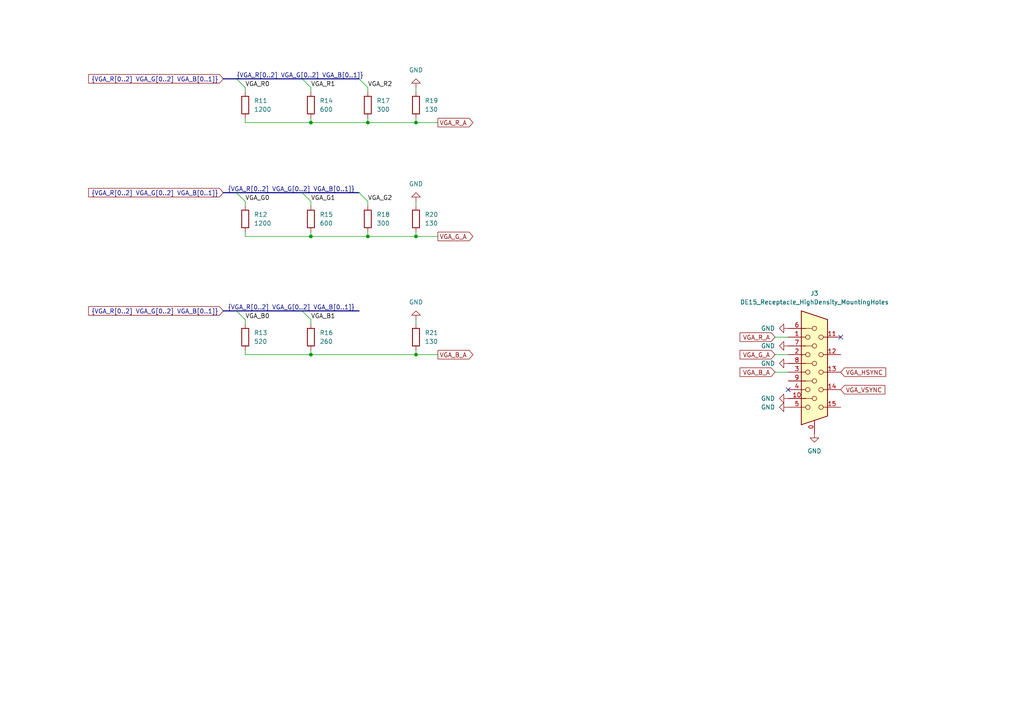
<source format=kicad_sch>
(kicad_sch (version 20230121) (generator eeschema)
  (paper "A4")
  (lib_symbols
    (symbol "Connector:DE15_Receptacle_HighDensity_MountingHoles" (pin_names (offset 1.016) hide)
      (property "Reference" "J" (at 0 21.59 0))
      (property "Value" "DE15_Receptacle_HighDensity_MountingHoles" (at 0 19.05 0))
      (symbol "DE15_Receptacle_HighDensity_MountingHoles_0_1"
        (circle (center -1.905 -10.16) (radius 0.635))
        (circle (center -1.905 -5.08) (radius 0.635))
        (circle (center -1.905 0) (radius 0.635))
        (circle (center -1.905 5.08) (radius 0.635))
        (circle (center -1.905 10.16) (radius 0.635))
        (circle (center 0 -7.62) (radius 0.635))
        (circle (center 0 -2.54) (radius 0.635))
        (polyline (pts (xy -3.175 7.62) (xy -0.635 7.62)))
        (polyline (pts (xy -0.635 -7.62) (xy -3.175 -7.62)))
        (polyline (pts (xy -0.635 -2.54) (xy -3.175 -2.54)))
        (polyline (pts (xy -0.635 2.54) (xy -3.175 2.54)))
        (polyline (pts (xy -0.635 12.7) (xy -3.175 12.7)))
        (polyline (pts (xy -3.81 17.78) (xy -3.81 -15.24) (xy 3.81 -12.7) (xy 3.81 15.24) (xy -3.81 17.78)) (stroke (width 0.254)) (fill (type background)))
        (circle (center 0 2.54) (radius 0.635))
        (circle (center 0 7.62) (radius 0.635))
        (circle (center 0 12.7) (radius 0.635))
        (circle (center 1.905 -10.16) (radius 0.635))
        (circle (center 1.905 -5.08) (radius 0.635))
        (circle (center 1.905 0) (radius 0.635))
        (circle (center 1.905 5.08) (radius 0.635))
        (circle (center 1.905 10.16) (radius 0.635))
      )
      (symbol "DE15_Receptacle_HighDensity_MountingHoles_1_1"
        (pin passive line (at 0 -17.78 90) (length 3.81) (name "~") (number "0"))
        (pin passive line (at -7.62 10.16 0) (length 5.08) (name "~") (number "1"))
        (pin passive line (at -7.62 -7.62 0) (length 5.08) (name "~") (number "10"))
        (pin passive line (at 7.62 10.16 180) (length 5.08) (name "~") (number "11"))
        (pin passive line (at 7.62 5.08 180) (length 5.08) (name "~") (number "12"))
        (pin passive line (at 7.62 0 180) (length 5.08) (name "~") (number "13"))
        (pin passive line (at 7.62 -5.08 180) (length 5.08) (name "~") (number "14"))
        (pin passive line (at 7.62 -10.16 180) (length 5.08) (name "~") (number "15"))
        (pin passive line (at -7.62 5.08 0) (length 5.08) (name "~") (number "2"))
        (pin passive line (at -7.62 0 0) (length 5.08) (name "~") (number "3"))
        (pin passive line (at -7.62 -5.08 0) (length 5.08) (name "~") (number "4"))
        (pin passive line (at -7.62 -10.16 0) (length 5.08) (name "~") (number "5"))
        (pin passive line (at -7.62 12.7 0) (length 5.08) (name "~") (number "6"))
        (pin passive line (at -7.62 7.62 0) (length 5.08) (name "~") (number "7"))
        (pin passive line (at -7.62 2.54 0) (length 5.08) (name "~") (number "8"))
        (pin passive line (at -7.62 -2.54 0) (length 5.08) (name "~") (number "9"))
      )
    )
    (symbol "Device:R" (pin_numbers hide) (pin_names (offset 0))
      (property "Reference" "R" (at 2.032 0 90))
      (property "Value" "R" (at 0 0 90))
      (symbol "R_0_1"
        (rectangle (start -1.016 -2.54) (end 1.016 2.54) (stroke (width 0.254)))
      )
      (symbol "R_1_1"
        (pin passive line (at 0 3.81 270) (length 1.27) (name "~") (number "1"))
        (pin passive line (at 0 -3.81 90) (length 1.27) (name "~") (number "2"))
      )
    )
    (symbol "power:GND" (power) (pin_names (offset 0))
      (property "Value" "GND" (at 0 -3.81 0))
      (symbol "GND_0_1"
        (polyline (pts (xy 0 0) (xy 0 -1.27) (xy 1.27 -1.27) (xy 0 -2.54) (xy -1.27 -1.27) (xy 0 -1.27)))
      )
      (symbol "GND_1_1"
        (pin power_in line (at 0 0 270) (length 0) hide (name "GND") (number "1"))
      )
    )
  )
  (junction (at 106.68 68.58))
  (junction (at 120.65 68.58))
  (junction (at 90.17 102.87))
  (junction (at 90.17 68.58))
  (junction (at 106.68 35.56))
  (junction (at 90.17 35.56))
  (junction (at 120.65 102.87))
  (junction (at 120.65 35.56))
  (no_connect (at 228.6 113.03))
  (no_connect (at 243.84 97.79))
  (bus_entry (at 87.63 55.88) (size 2.54 2.54))
  (bus_entry (at 68.58 22.86) (size 2.54 2.54))
  (bus_entry (at 104.14 22.86) (size 2.54 2.54))
  (bus_entry (at 68.58 90.17) (size 2.54 2.54))
  (bus_entry (at 87.63 22.86) (size 2.54 2.54))
  (bus_entry (at 68.58 55.88) (size 2.54 2.54))
  (bus_entry (at 104.14 55.88) (size 2.54 2.54))
  (bus_entry (at 87.63 90.17) (size 2.54 2.54))
  (bus (pts (xy 68.58 55.88) (xy 87.63 55.88)))
  (wire (pts (xy 90.17 102.87) (xy 90.17 101.6)))
  (wire (pts (xy 120.65 25.4) (xy 120.65 26.67)))
  (bus (pts (xy 87.63 55.88) (xy 104.14 55.88)))
  (wire (pts (xy 71.12 35.56) (xy 90.17 35.56)))
  (wire (pts (xy 120.65 58.42) (xy 120.65 59.69)))
  (wire (pts (xy 106.68 68.58) (xy 106.68 67.31)))
  (bus (pts (xy 87.63 22.86) (xy 104.14 22.86)))
  (wire (pts (xy 106.68 35.56) (xy 120.65 35.56)))
  (wire (pts (xy 90.17 58.42) (xy 90.17 59.69)))
  (bus (pts (xy 64.77 90.17) (xy 68.58 90.17)))
  (wire (pts (xy 71.12 34.29) (xy 71.12 35.56)))
  (wire (pts (xy 90.17 68.58) (xy 90.17 67.31)))
  (wire (pts (xy 71.12 92.71) (xy 71.12 93.98)))
  (bus (pts (xy 68.58 22.86) (xy 87.63 22.86)))
  (bus (pts (xy 64.77 22.86) (xy 68.58 22.86)))
  (wire (pts (xy 224.79 107.95) (xy 228.6 107.95)))
  (wire (pts (xy 90.17 102.87) (xy 120.65 102.87)))
  (wire (pts (xy 90.17 68.58) (xy 106.68 68.58)))
  (wire (pts (xy 120.65 92.71) (xy 120.65 93.98)))
  (bus (pts (xy 87.63 90.17) (xy 104.14 90.17)))
  (wire (pts (xy 71.12 25.4) (xy 71.12 26.67)))
  (wire (pts (xy 90.17 35.56) (xy 106.68 35.56)))
  (wire (pts (xy 106.68 68.58) (xy 120.65 68.58)))
  (wire (pts (xy 71.12 58.42) (xy 71.12 59.69)))
  (bus (pts (xy 68.58 90.17) (xy 87.63 90.17)))
  (wire (pts (xy 120.65 68.58) (xy 120.65 67.31)))
  (wire (pts (xy 71.12 102.87) (xy 90.17 102.87)))
  (wire (pts (xy 90.17 35.56) (xy 90.17 34.29)))
  (wire (pts (xy 120.65 35.56) (xy 120.65 34.29)))
  (wire (pts (xy 90.17 92.71) (xy 90.17 93.98)))
  (bus (pts (xy 64.77 55.88) (xy 68.58 55.88)))
  (wire (pts (xy 90.17 25.4) (xy 90.17 26.67)))
  (wire (pts (xy 120.65 68.58) (xy 127 68.58)))
  (wire (pts (xy 224.79 97.79) (xy 228.6 97.79)))
  (wire (pts (xy 106.68 58.42) (xy 106.68 59.69)))
  (wire (pts (xy 120.65 102.87) (xy 120.65 101.6)))
  (wire (pts (xy 71.12 68.58) (xy 90.17 68.58)))
  (wire (pts (xy 224.79 102.87) (xy 228.6 102.87)))
  (wire (pts (xy 71.12 67.31) (xy 71.12 68.58)))
  (wire (pts (xy 120.65 102.87) (xy 127 102.87)))
  (wire (pts (xy 106.68 25.4) (xy 106.68 26.67)))
  (wire (pts (xy 71.12 101.6) (xy 71.12 102.87)))
  (wire (pts (xy 106.68 35.56) (xy 106.68 34.29)))
  (wire (pts (xy 120.65 35.56) (xy 127 35.56)))
  (label "VGA_R0" (at 71.12 25.4 0))
  (label "VGA_G2" (at 106.68 58.42 0))
  (label "VGA_R2" (at 106.68 25.4 0))
  (label "{VGA_R[0..2] VGA_G[0..2] VGA_B[0..1]}" (at 66.04 90.17 0))
  (label "VGA_B0" (at 71.12 92.71 0))
  (label "VGA_G1" (at 90.17 58.42 0))
  (label "VGA_G0" (at 71.12 58.42 0))
  (label "{VGA_R[0..2] VGA_G[0..2] VGA_B[0..1]}" (at 68.58 22.86 0))
  (label "VGA_B1" (at 90.17 92.71 0))
  (label "VGA_R1" (at 90.17 25.4 0))
  (label "{VGA_R[0..2] VGA_G[0..2] VGA_B[0..1]}" (at 66.04 55.88 0))
  (global_label "{VGA_R[0..2] VGA_G[0..2] VGA_B[0..1]}" (shape input) (at 64.77 55.88 180) (property "Intersheetrefs" "${INTERSHEET_REFS}" (effects hide)))
  (global_label "VGA_R_A" (shape output) (at 127 35.56 0) (property "Intersheetrefs" "${INTERSHEET_REFS}" (effects hide)))
  (global_label "{VGA_R[0..2] VGA_G[0..2] VGA_B[0..1]}" (shape input) (at 64.77 90.17 180) (property "Intersheetrefs" "${INTERSHEET_REFS}" (effects hide)))
  (global_label "VGA_B_A" (shape input) (at 224.79 107.95 180) (property "Intersheetrefs" "${INTERSHEET_REFS}" (effects hide)))
  (global_label "VGA_HSYNC" (shape input) (at 243.84 107.95 0) (property "Intersheetrefs" "${INTERSHEET_REFS}" (effects hide)))
  (global_label "VGA_G_A" (shape input) (at 224.79 102.87 180) (property "Intersheetrefs" "${INTERSHEET_REFS}" (effects hide)))
  (global_label "VGA_B_A" (shape output) (at 127 102.87 0) (property "Intersheetrefs" "${INTERSHEET_REFS}" (effects hide)))
  (global_label "VGA_VSYNC" (shape input) (at 243.84 113.03 0) (property "Intersheetrefs" "${INTERSHEET_REFS}" (effects hide)))
  (global_label "{VGA_R[0..2] VGA_G[0..2] VGA_B[0..1]}" (shape input) (at 64.77 22.86 180) (property "Intersheetrefs" "${INTERSHEET_REFS}" (effects hide)))
  (global_label "VGA_R_A" (shape input) (at 224.79 97.79 180) (property "Intersheetrefs" "${INTERSHEET_REFS}" (effects hide)))
  (global_label "VGA_G_A" (shape output) (at 127 68.58 0) (property "Intersheetrefs" "${INTERSHEET_REFS}" (effects hide)))
  (symbol (lib_id "Device:R") (at 71.12 97.79 0) (unit 1)
    (property "Reference" "R13" (at 73.66 96.52 0) (effects (justify left)))
    (property "Value" "520" (at 73.66 99.06 0) (effects (justify left)))
    (property "Footprint" "Resistor_SMD:R_0805_2012Metric_Pad1.20x1.40mm_HandSolder" (effects hide))
  )
  (symbol (lib_id "power:GND") (at 236.22 125.73 0) (unit 1)
    (property "Reference" "#PWR040" (effects hide))
    (property "Value" "GND" (at 236.22 130.81 0))
  )
  (symbol (lib_id "power:GND") (at 228.6 100.33 270) (unit 1)
    (property "Reference" "#PWR036" (effects hide))
    (property "Value" "GND" (at 224.79 100.33 90) (effects (justify right)))
  )
  (symbol (lib_id "Device:R") (at 106.68 63.5 0) (unit 1)
    (property "Reference" "R18" (at 109.22 62.23 0) (effects (justify left)))
    (property "Value" "300" (at 109.22 64.77 0) (effects (justify left)))
    (property "Footprint" "Resistor_SMD:R_0805_2012Metric_Pad1.20x1.40mm_HandSolder" (effects hide))
  )
  (symbol (lib_id "Device:R") (at 71.12 63.5 0) (unit 1)
    (property "Reference" "R12" (at 73.66 62.23 0) (effects (justify left)))
    (property "Value" "1200" (at 73.66 64.77 0) (effects (justify left)))
    (property "Footprint" "Resistor_SMD:R_0805_2012Metric_Pad1.20x1.40mm_HandSolder" (effects hide))
  )
  (symbol (lib_id "power:GND") (at 120.65 58.42 180) (unit 1)
    (property "Reference" "#PWR032" (effects hide))
    (property "Value" "GND" (at 120.65 53.34 0))
  )
  (symbol (lib_id "Device:R") (at 120.65 63.5 0) (unit 1)
    (property "Reference" "R20" (at 123.19 62.23 0) (effects (justify left)))
    (property "Value" "130" (at 123.19 64.77 0) (effects (justify left)))
    (property "Footprint" "Resistor_SMD:R_0805_2012Metric_Pad1.20x1.40mm_HandSolder" (effects hide))
  )
  (symbol (lib_id "Device:R") (at 120.65 97.79 0) (unit 1)
    (property "Reference" "R21" (at 123.19 96.52 0) (effects (justify left)))
    (property "Value" "130" (at 123.19 99.06 0) (effects (justify left)))
    (property "Footprint" "Resistor_SMD:R_0805_2012Metric_Pad1.20x1.40mm_HandSolder" (effects hide))
  )
  (symbol (lib_id "Device:R") (at 120.65 30.48 0) (unit 1)
    (property "Reference" "R19" (at 123.19 29.21 0) (effects (justify left)))
    (property "Value" "130" (at 123.19 31.75 0) (effects (justify left)))
    (property "Footprint" "Resistor_SMD:R_0805_2012Metric_Pad1.20x1.40mm_HandSolder" (effects hide))
  )
  (symbol (lib_id "Connector:DE15_Receptacle_HighDensity_MountingHoles") (at 236.22 107.95 0) (unit 1)
    (property "Reference" "J3" (at 236.22 85.09 0))
    (property "Value" "DE15_Receptacle_HighDensity_MountingHoles" (at 236.22 87.63 0))
    (property "Footprint" "Connector_Dsub:DSUB-15-HD_Female_Horizontal_P2.29x1.98mm_EdgePinOffset3.03mm_Housed_MountingHolesOffset4.94mm" (effects hide))
    (property "Datasheet" " ~" (effects hide))
  )
  (symbol (lib_id "Device:R") (at 90.17 30.48 0) (unit 1)
    (property "Reference" "R14" (at 92.71 29.21 0) (effects (justify left)))
    (property "Value" "600" (at 92.71 31.75 0) (effects (justify left)))
    (property "Footprint" "Resistor_SMD:R_0805_2012Metric_Pad1.20x1.40mm_HandSolder" (effects hide))
  )
  (symbol (lib_id "power:GND") (at 228.6 105.41 270) (unit 1)
    (property "Reference" "#PWR037" (effects hide))
    (property "Value" "GND" (at 224.79 105.41 90) (effects (justify right)))
  )
  (symbol (lib_id "Device:R") (at 71.12 30.48 0) (unit 1)
    (property "Reference" "R11" (at 73.66 29.21 0) (effects (justify left)))
    (property "Value" "1200" (at 73.66 31.75 0) (effects (justify left)))
    (property "Footprint" "Resistor_SMD:R_0805_2012Metric_Pad1.20x1.40mm_HandSolder" (effects hide))
  )
  (symbol (lib_id "Device:R") (at 106.68 30.48 0) (unit 1)
    (property "Reference" "R17" (at 109.22 29.21 0) (effects (justify left)))
    (property "Value" "300" (at 109.22 31.75 0) (effects (justify left)))
    (property "Footprint" "Resistor_SMD:R_0805_2012Metric_Pad1.20x1.40mm_HandSolder" (effects hide))
  )
  (symbol (lib_id "power:GND") (at 228.6 115.57 270) (unit 1)
    (property "Reference" "#PWR038" (effects hide))
    (property "Value" "GND" (at 224.79 115.57 90) (effects (justify right)))
  )
  (symbol (lib_id "Device:R") (at 90.17 97.79 0) (unit 1)
    (property "Reference" "R16" (at 92.71 96.52 0) (effects (justify left)))
    (property "Value" "260" (at 92.71 99.06 0) (effects (justify left)))
    (property "Footprint" "Resistor_SMD:R_0805_2012Metric_Pad1.20x1.40mm_HandSolder" (effects hide))
  )
  (symbol (lib_id "power:GND") (at 228.6 118.11 270) (unit 1)
    (property "Reference" "#PWR039" (effects hide))
    (property "Value" "GND" (at 224.79 118.11 90) (effects (justify right)))
  )
  (symbol (lib_id "power:GND") (at 120.65 92.71 180) (unit 1)
    (property "Reference" "#PWR033" (effects hide))
    (property "Value" "GND" (at 120.65 87.63 0))
  )
  (symbol (lib_id "power:GND") (at 120.65 25.4 180) (unit 1)
    (property "Reference" "#PWR031" (effects hide))
    (property "Value" "GND" (at 120.65 20.32 0))
  )
  (symbol (lib_id "power:GND") (at 228.6 95.25 270) (unit 1)
    (property "Reference" "#PWR035" (effects hide))
    (property "Value" "GND" (at 224.79 95.25 90) (effects (justify right)))
  )
  (symbol (lib_id "Device:R") (at 90.17 63.5 0) (unit 1)
    (property "Reference" "R15" (at 92.71 62.23 0) (effects (justify left)))
    (property "Value" "600" (at 92.71 64.77 0) (effects (justify left)))
    (property "Footprint" "Resistor_SMD:R_0805_2012Metric_Pad1.20x1.40mm_HandSolder" (effects hide))
  )
)
</source>
